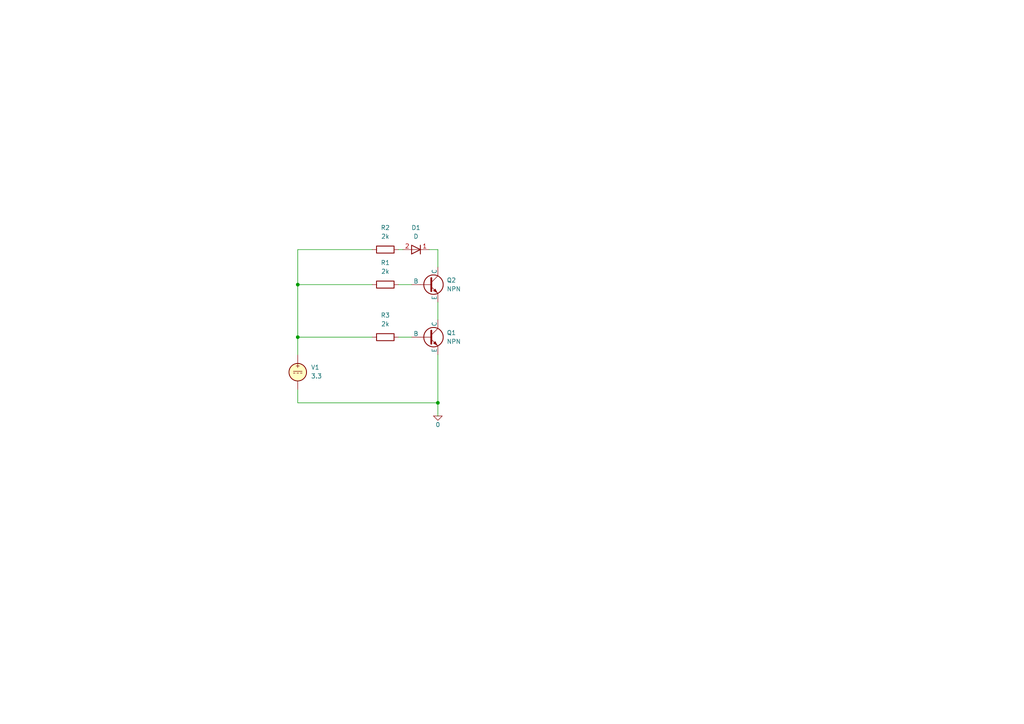
<source format=kicad_sch>
(kicad_sch (version 20250114) (generator "eeschema") (generator_version "9.0")
  (paper "A4")
  (title_block (title "Logic Gates") (date "2026-01-30") (rev "1"))
  (lib_symbols
    (symbol "Device:R" (pin_numbers (hide yes)) (pin_names (offset 0))
      (property "Reference" "R" (at 2.032 0 90))
      (property "Value" "R" (at 0 0 90))
      (symbol "R_0_1"
        (rectangle (start -1.016 -2.54) (end 1.016 2.54) (stroke (width 0.254)))
      )
      (symbol "R_1_1"
        (pin passive line (at 0 3.81 270) (length 1.27) (name "~") (number "1"))
        (pin passive line (at 0 -3.81 90) (length 1.27) (name "~") (number "2"))
      )
    )
    (symbol "Simulation_SPICE:0" (power) (pin_numbers (hide yes)) (pin_names (offset 0) (hide yes))
      (property "Value" "0" (at 0 -2.54 0))
      (symbol "0_0_1"
        (polyline (pts (xy -1.27 0) (xy 0 -1.27) (xy 1.27 0) (xy -1.27 0)))
      )
      (symbol "0_1_1"
        (pin power_in line (at 0 0 0) (length 0) (name "~") (number "1"))
      )
    )
    (symbol "Simulation_SPICE:D" (pin_names (offset 1.016) (hide yes))
      (property "Reference" "D" (at 0 2.54 0))
      (property "Value" "D" (at 0 -2.54 0))
      (symbol "D_0_1"
        (polyline (pts (xy -1.27 1.27) (xy -1.27 -1.27)) (stroke (width 0.254)))
        (polyline (pts (xy 1.27 1.27) (xy 1.27 -1.27) (xy -1.27 0) (xy 1.27 1.27)) (stroke (width 0.254)))
        (polyline (pts (xy 1.27 0) (xy -1.27 0)))
      )
      (symbol "D_1_1"
        (pin passive line (at -3.81 0 0) (length 2.54) (name "K") (number "1"))
        (pin passive line (at 3.81 0 180) (length 2.54) (name "A") (number "2"))
      )
    )
    (symbol "Simulation_SPICE:NPN" (pin_numbers (hide yes)) (pin_names (offset 0))
      (property "Reference" "Q" (at -2.54 7.62 0))
      (property "Value" "NPN" (at -2.54 5.08 0))
      (symbol "NPN_0_1"
        (polyline (pts (xy -2.54 0) (xy 0.635 0)) (stroke (width 0.1524)))
        (polyline (pts (xy 0.635 1.905) (xy 0.635 -1.905) (xy 0.635 -1.905)) (stroke (width 0.508)))
        (polyline (pts (xy 0.635 0.635) (xy 2.54 2.54)))
        (polyline (pts (xy 0.635 -0.635) (xy 2.54 -2.54) (xy 2.54 -2.54)))
        (circle (center 1.27 0) (radius 2.8194) (stroke (width 0.254)))
        (polyline (pts (xy 1.27 -1.778) (xy 1.778 -1.27) (xy 2.286 -2.286) (xy 1.27 -1.778) (xy 1.27 -1.778)) (fill (type outline)))
        (polyline (pts (xy 2.794 -1.27) (xy 2.794 -1.27)) (stroke (width 0.1524)))
        (polyline (pts (xy 2.794 -1.27) (xy 2.794 -1.27)) (stroke (width 0.1524)))
      )
      (symbol "NPN_1_1"
        (pin input line (at -5.08 0 0) (length 2.54) (name "B") (number "2"))
        (pin open_collector line (at 2.54 5.08 270) (length 2.54) (name "C") (number "1"))
        (pin open_emitter line (at 2.54 -5.08 90) (length 2.54) (name "E") (number "3"))
      )
    )
    (symbol "Simulation_SPICE:VDC" (pin_numbers (hide yes)) (pin_names (offset 0.0254))
      (property "Reference" "V" (at 2.54 2.54 0))
      (property "Value" "1" (at 2.54 0 0))
      (symbol "VDC_0_0"
        (polyline (pts (xy -1.27 0.254) (xy 1.27 0.254)))
        (polyline (pts (xy -0.762 -0.254) (xy -1.27 -0.254)))
        (polyline (pts (xy 0.254 -0.254) (xy -0.254 -0.254)))
        (polyline (pts (xy 1.27 -0.254) (xy 0.762 -0.254)))
        (text "+" (at 0 1.905 0) (effects (font (size 1.27 1.27))))
      )
      (symbol "VDC_0_1"
        (circle (center 0 0) (radius 2.54) (stroke (width 0.254)) (fill (type background)))
      )
      (symbol "VDC_1_1"
        (pin passive line (at 0 5.08 270) (length 2.54) (name "~") (number "1"))
        (pin passive line (at 0 -5.08 90) (length 2.54) (name "~") (number "2"))
      )
    )
  )
  (junction (at 127 116.84))
  (junction (at 86.36 97.79))
  (junction (at 86.36 82.55))
  (wire (pts (xy 86.36 116.84) (xy 127 116.84)))
  (wire (pts (xy 86.36 82.55) (xy 86.36 97.79)))
  (wire (pts (xy 127 72.39) (xy 127 77.47)))
  (wire (pts (xy 127 116.84) (xy 127 120.65)))
  (wire (pts (xy 86.36 72.39) (xy 107.95 72.39)))
  (wire (pts (xy 127 87.63) (xy 127 92.71)))
  (wire (pts (xy 115.57 97.79) (xy 119.38 97.79)))
  (wire (pts (xy 115.57 72.39) (xy 116.84 72.39)))
  (wire (pts (xy 124.46 72.39) (xy 127 72.39)))
  (wire (pts (xy 86.36 72.39) (xy 86.36 82.55)))
  (wire (pts (xy 107.95 82.55) (xy 86.36 82.55)))
  (wire (pts (xy 86.36 113.03) (xy 86.36 116.84)))
  (wire (pts (xy 127 102.87) (xy 127 116.84)))
  (wire (pts (xy 86.36 97.79) (xy 86.36 102.87)))
  (wire (pts (xy 107.95 97.79) (xy 86.36 97.79)))
  (wire (pts (xy 115.57 82.55) (xy 119.38 82.55)))
  (symbol (lib_id "Simulation_SPICE:D") (at 120.65 72.39 180) (unit 1)
    (property "Reference" "D1" (at 120.65 66.04 0))
    (property "Value" "D" (at 120.65 68.58 0))
    (property "Datasheet" "https://ngspice.sourceforge.io/docs/ngspice-html-manual/manual.xhtml#cha_DIODEs" (effects (hide yes)))
    (property "Description" "Diode for simulation or PCB" (effects (hide yes)))
    (property "Sim.Device" "D" (effects (hide yes)))
    (property "Sim.Pins" "1=K 2=A" (effects (hide yes)))
    (property "Sim.Params" "temp=25 rs=50m cjo=10p" (effects (hide yes)))
  )
  (symbol (lib_id "Simulation_SPICE:NPN") (at 124.46 82.55 0) (unit 1)
    (property "Reference" "Q2" (at 129.54 81.2799 0) (effects (justify left)))
    (property "Value" "NPN" (at 129.54 83.8199 0) (effects (justify left)))
    (property "Datasheet" "https://ngspice.sourceforge.io/docs/ngspice-html-manual/manual.xhtml#cha_BJTs" (effects (hide yes)))
    (property "Description" "Bipolar transistor symbol for simulation only, substrate tied to the emitter" (effects (hide yes)))
    (property "Sim.Device" "NPN" (effects (hide yes)))
    (property "Sim.Type" "GUMMELPOON" (effects (hide yes)))
    (property "Sim.Pins" "1=C 2=B 3=E" (effects (hide yes)))
  )
  (symbol (lib_id "Device:R") (at 111.76 97.79 90) (unit 1)
    (property "Reference" "R3" (at 111.76 91.44 90))
    (property "Value" "2k" (at 111.76 93.98 90))
    (property "Description" "Resistor" (effects (hide yes)))
  )
  (symbol (lib_id "Simulation_SPICE:VDC") (at 86.36 107.95 0) (unit 1)
    (property "Reference" "V1" (at 90.17 106.5501 0) (effects (justify left)))
    (property "Value" "3.3" (at 90.17 109.0901 0) (effects (justify left)))
    (property "Datasheet" "https://ngspice.sourceforge.io/docs/ngspice-html-manual/manual.xhtml#sec_Independent_Sources_for" (effects (hide yes)))
    (property "Description" "Voltage source, DC" (effects (hide yes)))
    (property "Sim.Pins" "1=+ 2=-" (effects (hide yes)))
    (property "Sim.Type" "DC" (effects (hide yes)))
    (property "Sim.Device" "V" (effects (hide yes)))
  )
  (symbol (lib_id "Device:R") (at 111.76 82.55 90) (unit 1)
    (property "Reference" "R1" (at 111.76 76.2 90))
    (property "Value" "2k" (at 111.76 78.74 90))
    (property "Description" "Resistor" (effects (hide yes)))
  )
  (symbol (lib_id "Simulation_SPICE:NPN") (at 124.46 97.79 0) (unit 1)
    (property "Reference" "Q1" (at 129.54 96.5199 0) (effects (justify left)))
    (property "Value" "NPN" (at 129.54 99.0599 0) (effects (justify left)))
    (property "Datasheet" "https://ngspice.sourceforge.io/docs/ngspice-html-manual/manual.xhtml#cha_BJTs" (effects (hide yes)))
    (property "Description" "Bipolar transistor symbol for simulation only, substrate tied to the emitter" (effects (hide yes)))
    (property "Sim.Device" "NPN" (effects (hide yes)))
    (property "Sim.Type" "GUMMELPOON" (effects (hide yes)))
    (property "Sim.Pins" "1=C 2=B 3=E" (effects (hide yes)))
  )
  (symbol (lib_id "Simulation_SPICE:0") (at 127 120.65 0) (unit 1)
    (property "Reference" "#GND01" (effects (hide yes)))
    (property "Value" "0" (at 127 123.19 0))
    (property "Datasheet" "https://ngspice.sourceforge.io/docs/ngspice-html-manual/manual.xhtml#subsec_Circuit_elements__device" (effects (hide yes)))
    (property "Description" "0V reference potential for simulation" (effects (hide yes)))
  )
  (symbol (lib_id "Device:R") (at 111.76 72.39 90) (unit 1)
    (property "Reference" "R2" (at 111.76 66.04 90))
    (property "Value" "2k" (at 111.76 68.58 90))
    (property "Description" "Resistor" (effects (hide yes)))
  )
)
</source>
